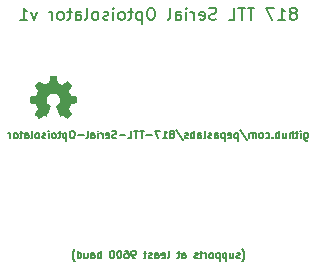
<source format=gbo>
G04 (created by PCBNEW (2013-07-07 BZR 4022)-stable) date 5/4/2015 11:47:39 PM*
%MOIN*%
G04 Gerber Fmt 3.4, Leading zero omitted, Abs format*
%FSLAX34Y34*%
G01*
G70*
G90*
G04 APERTURE LIST*
%ADD10C,0.00590551*%
%ADD11C,0.005*%
%ADD12C,0.008*%
%ADD13C,0.0001*%
G04 APERTURE END LIST*
G54D10*
G54D11*
X89291Y-29196D02*
X89303Y-29184D01*
X89327Y-29148D01*
X89339Y-29125D01*
X89351Y-29089D01*
X89363Y-29029D01*
X89363Y-28982D01*
X89351Y-28922D01*
X89339Y-28886D01*
X89327Y-28863D01*
X89303Y-28827D01*
X89291Y-28815D01*
X89208Y-29089D02*
X89184Y-29101D01*
X89136Y-29101D01*
X89113Y-29089D01*
X89101Y-29065D01*
X89101Y-29053D01*
X89113Y-29029D01*
X89136Y-29017D01*
X89172Y-29017D01*
X89196Y-29005D01*
X89208Y-28982D01*
X89208Y-28970D01*
X89196Y-28946D01*
X89172Y-28934D01*
X89136Y-28934D01*
X89113Y-28946D01*
X88886Y-28934D02*
X88886Y-29101D01*
X88994Y-28934D02*
X88994Y-29065D01*
X88982Y-29089D01*
X88958Y-29101D01*
X88922Y-29101D01*
X88898Y-29089D01*
X88886Y-29077D01*
X88767Y-28934D02*
X88767Y-29184D01*
X88767Y-28946D02*
X88744Y-28934D01*
X88696Y-28934D01*
X88672Y-28946D01*
X88660Y-28958D01*
X88648Y-28982D01*
X88648Y-29053D01*
X88660Y-29077D01*
X88672Y-29089D01*
X88696Y-29101D01*
X88744Y-29101D01*
X88767Y-29089D01*
X88541Y-28934D02*
X88541Y-29184D01*
X88541Y-28946D02*
X88517Y-28934D01*
X88470Y-28934D01*
X88446Y-28946D01*
X88434Y-28958D01*
X88422Y-28982D01*
X88422Y-29053D01*
X88434Y-29077D01*
X88446Y-29089D01*
X88470Y-29101D01*
X88517Y-29101D01*
X88541Y-29089D01*
X88279Y-29101D02*
X88303Y-29089D01*
X88315Y-29077D01*
X88327Y-29053D01*
X88327Y-28982D01*
X88315Y-28958D01*
X88303Y-28946D01*
X88279Y-28934D01*
X88244Y-28934D01*
X88220Y-28946D01*
X88208Y-28958D01*
X88196Y-28982D01*
X88196Y-29053D01*
X88208Y-29077D01*
X88220Y-29089D01*
X88244Y-29101D01*
X88279Y-29101D01*
X88089Y-29101D02*
X88089Y-28934D01*
X88089Y-28982D02*
X88077Y-28958D01*
X88065Y-28946D01*
X88041Y-28934D01*
X88017Y-28934D01*
X87970Y-28934D02*
X87875Y-28934D01*
X87934Y-28851D02*
X87934Y-29065D01*
X87922Y-29089D01*
X87898Y-29101D01*
X87875Y-29101D01*
X87803Y-29089D02*
X87779Y-29101D01*
X87732Y-29101D01*
X87708Y-29089D01*
X87696Y-29065D01*
X87696Y-29053D01*
X87708Y-29029D01*
X87732Y-29017D01*
X87767Y-29017D01*
X87791Y-29005D01*
X87803Y-28982D01*
X87803Y-28970D01*
X87791Y-28946D01*
X87767Y-28934D01*
X87732Y-28934D01*
X87708Y-28946D01*
X87291Y-29101D02*
X87291Y-28970D01*
X87303Y-28946D01*
X87327Y-28934D01*
X87375Y-28934D01*
X87398Y-28946D01*
X87291Y-29089D02*
X87315Y-29101D01*
X87375Y-29101D01*
X87398Y-29089D01*
X87410Y-29065D01*
X87410Y-29041D01*
X87398Y-29017D01*
X87375Y-29005D01*
X87315Y-29005D01*
X87291Y-28994D01*
X87208Y-28934D02*
X87113Y-28934D01*
X87172Y-28851D02*
X87172Y-29065D01*
X87160Y-29089D01*
X87136Y-29101D01*
X87113Y-29101D01*
X86803Y-29101D02*
X86827Y-29089D01*
X86839Y-29065D01*
X86839Y-28851D01*
X86613Y-29089D02*
X86636Y-29101D01*
X86684Y-29101D01*
X86708Y-29089D01*
X86720Y-29065D01*
X86720Y-28970D01*
X86708Y-28946D01*
X86684Y-28934D01*
X86636Y-28934D01*
X86613Y-28946D01*
X86601Y-28970D01*
X86601Y-28994D01*
X86720Y-29017D01*
X86386Y-29101D02*
X86386Y-28970D01*
X86398Y-28946D01*
X86422Y-28934D01*
X86470Y-28934D01*
X86494Y-28946D01*
X86386Y-29089D02*
X86410Y-29101D01*
X86470Y-29101D01*
X86494Y-29089D01*
X86505Y-29065D01*
X86505Y-29041D01*
X86494Y-29017D01*
X86470Y-29005D01*
X86410Y-29005D01*
X86386Y-28994D01*
X86279Y-29089D02*
X86255Y-29101D01*
X86208Y-29101D01*
X86184Y-29089D01*
X86172Y-29065D01*
X86172Y-29053D01*
X86184Y-29029D01*
X86208Y-29017D01*
X86244Y-29017D01*
X86267Y-29005D01*
X86279Y-28982D01*
X86279Y-28970D01*
X86267Y-28946D01*
X86244Y-28934D01*
X86208Y-28934D01*
X86184Y-28946D01*
X86101Y-28934D02*
X86005Y-28934D01*
X86065Y-28851D02*
X86065Y-29065D01*
X86053Y-29089D01*
X86029Y-29101D01*
X86005Y-29101D01*
X85720Y-29101D02*
X85672Y-29101D01*
X85648Y-29089D01*
X85636Y-29077D01*
X85613Y-29041D01*
X85601Y-28994D01*
X85601Y-28898D01*
X85613Y-28875D01*
X85624Y-28863D01*
X85648Y-28851D01*
X85696Y-28851D01*
X85720Y-28863D01*
X85732Y-28875D01*
X85744Y-28898D01*
X85744Y-28958D01*
X85732Y-28982D01*
X85720Y-28994D01*
X85696Y-29005D01*
X85648Y-29005D01*
X85624Y-28994D01*
X85613Y-28982D01*
X85601Y-28958D01*
X85386Y-28851D02*
X85434Y-28851D01*
X85458Y-28863D01*
X85470Y-28875D01*
X85494Y-28910D01*
X85505Y-28958D01*
X85505Y-29053D01*
X85494Y-29077D01*
X85482Y-29089D01*
X85458Y-29101D01*
X85410Y-29101D01*
X85386Y-29089D01*
X85374Y-29077D01*
X85363Y-29053D01*
X85363Y-28994D01*
X85374Y-28970D01*
X85386Y-28958D01*
X85410Y-28946D01*
X85458Y-28946D01*
X85482Y-28958D01*
X85494Y-28970D01*
X85505Y-28994D01*
X85208Y-28851D02*
X85184Y-28851D01*
X85160Y-28863D01*
X85148Y-28875D01*
X85136Y-28898D01*
X85124Y-28946D01*
X85124Y-29005D01*
X85136Y-29053D01*
X85148Y-29077D01*
X85160Y-29089D01*
X85184Y-29101D01*
X85208Y-29101D01*
X85232Y-29089D01*
X85244Y-29077D01*
X85255Y-29053D01*
X85267Y-29005D01*
X85267Y-28946D01*
X85255Y-28898D01*
X85244Y-28875D01*
X85232Y-28863D01*
X85208Y-28851D01*
X84970Y-28851D02*
X84946Y-28851D01*
X84922Y-28863D01*
X84910Y-28875D01*
X84898Y-28898D01*
X84886Y-28946D01*
X84886Y-29005D01*
X84898Y-29053D01*
X84910Y-29077D01*
X84922Y-29089D01*
X84946Y-29101D01*
X84970Y-29101D01*
X84994Y-29089D01*
X85005Y-29077D01*
X85017Y-29053D01*
X85029Y-29005D01*
X85029Y-28946D01*
X85017Y-28898D01*
X85005Y-28875D01*
X84994Y-28863D01*
X84970Y-28851D01*
X84589Y-29101D02*
X84589Y-28851D01*
X84589Y-28946D02*
X84565Y-28934D01*
X84517Y-28934D01*
X84494Y-28946D01*
X84482Y-28958D01*
X84470Y-28982D01*
X84470Y-29053D01*
X84482Y-29077D01*
X84494Y-29089D01*
X84517Y-29101D01*
X84565Y-29101D01*
X84589Y-29089D01*
X84255Y-29101D02*
X84255Y-28970D01*
X84267Y-28946D01*
X84291Y-28934D01*
X84339Y-28934D01*
X84363Y-28946D01*
X84255Y-29089D02*
X84279Y-29101D01*
X84339Y-29101D01*
X84363Y-29089D01*
X84374Y-29065D01*
X84374Y-29041D01*
X84363Y-29017D01*
X84339Y-29005D01*
X84279Y-29005D01*
X84255Y-28994D01*
X84029Y-28934D02*
X84029Y-29101D01*
X84136Y-28934D02*
X84136Y-29065D01*
X84124Y-29089D01*
X84101Y-29101D01*
X84065Y-29101D01*
X84041Y-29089D01*
X84029Y-29077D01*
X83803Y-29101D02*
X83803Y-28851D01*
X83803Y-29089D02*
X83827Y-29101D01*
X83874Y-29101D01*
X83898Y-29089D01*
X83910Y-29077D01*
X83922Y-29053D01*
X83922Y-28982D01*
X83910Y-28958D01*
X83898Y-28946D01*
X83874Y-28934D01*
X83827Y-28934D01*
X83803Y-28946D01*
X83708Y-29196D02*
X83696Y-29184D01*
X83672Y-29148D01*
X83660Y-29125D01*
X83648Y-29089D01*
X83636Y-29029D01*
X83636Y-28982D01*
X83648Y-28922D01*
X83660Y-28886D01*
X83672Y-28863D01*
X83696Y-28827D01*
X83708Y-28815D01*
G54D12*
X91033Y-20933D02*
X91071Y-20914D01*
X91090Y-20895D01*
X91109Y-20857D01*
X91109Y-20838D01*
X91090Y-20800D01*
X91071Y-20780D01*
X91033Y-20761D01*
X90957Y-20761D01*
X90919Y-20780D01*
X90899Y-20800D01*
X90880Y-20838D01*
X90880Y-20857D01*
X90899Y-20895D01*
X90919Y-20914D01*
X90957Y-20933D01*
X91033Y-20933D01*
X91071Y-20952D01*
X91090Y-20971D01*
X91109Y-21009D01*
X91109Y-21085D01*
X91090Y-21123D01*
X91071Y-21142D01*
X91033Y-21161D01*
X90957Y-21161D01*
X90919Y-21142D01*
X90899Y-21123D01*
X90880Y-21085D01*
X90880Y-21009D01*
X90899Y-20971D01*
X90919Y-20952D01*
X90957Y-20933D01*
X90499Y-21161D02*
X90728Y-21161D01*
X90614Y-21161D02*
X90614Y-20761D01*
X90652Y-20819D01*
X90690Y-20857D01*
X90728Y-20876D01*
X90366Y-20761D02*
X90099Y-20761D01*
X90271Y-21161D01*
X89699Y-20761D02*
X89471Y-20761D01*
X89585Y-21161D02*
X89585Y-20761D01*
X89395Y-20761D02*
X89166Y-20761D01*
X89280Y-21161D02*
X89280Y-20761D01*
X88842Y-21161D02*
X89033Y-21161D01*
X89033Y-20761D01*
X88423Y-21142D02*
X88366Y-21161D01*
X88271Y-21161D01*
X88233Y-21142D01*
X88214Y-21123D01*
X88195Y-21085D01*
X88195Y-21047D01*
X88214Y-21009D01*
X88233Y-20990D01*
X88271Y-20971D01*
X88347Y-20952D01*
X88385Y-20933D01*
X88404Y-20914D01*
X88423Y-20876D01*
X88423Y-20838D01*
X88404Y-20800D01*
X88385Y-20780D01*
X88347Y-20761D01*
X88252Y-20761D01*
X88195Y-20780D01*
X87871Y-21142D02*
X87909Y-21161D01*
X87985Y-21161D01*
X88023Y-21142D01*
X88042Y-21104D01*
X88042Y-20952D01*
X88023Y-20914D01*
X87985Y-20895D01*
X87909Y-20895D01*
X87871Y-20914D01*
X87852Y-20952D01*
X87852Y-20990D01*
X88042Y-21028D01*
X87680Y-21161D02*
X87680Y-20895D01*
X87680Y-20971D02*
X87661Y-20933D01*
X87642Y-20914D01*
X87604Y-20895D01*
X87566Y-20895D01*
X87433Y-21161D02*
X87433Y-20895D01*
X87433Y-20761D02*
X87452Y-20780D01*
X87433Y-20800D01*
X87414Y-20780D01*
X87433Y-20761D01*
X87433Y-20800D01*
X87071Y-21161D02*
X87071Y-20952D01*
X87090Y-20914D01*
X87128Y-20895D01*
X87204Y-20895D01*
X87242Y-20914D01*
X87071Y-21142D02*
X87109Y-21161D01*
X87204Y-21161D01*
X87242Y-21142D01*
X87261Y-21104D01*
X87261Y-21066D01*
X87242Y-21028D01*
X87204Y-21009D01*
X87109Y-21009D01*
X87071Y-20990D01*
X86823Y-21161D02*
X86861Y-21142D01*
X86880Y-21104D01*
X86880Y-20761D01*
X86290Y-20761D02*
X86214Y-20761D01*
X86176Y-20780D01*
X86138Y-20819D01*
X86119Y-20895D01*
X86119Y-21028D01*
X86138Y-21104D01*
X86176Y-21142D01*
X86214Y-21161D01*
X86290Y-21161D01*
X86328Y-21142D01*
X86366Y-21104D01*
X86385Y-21028D01*
X86385Y-20895D01*
X86366Y-20819D01*
X86328Y-20780D01*
X86290Y-20761D01*
X85947Y-20895D02*
X85947Y-21295D01*
X85947Y-20914D02*
X85909Y-20895D01*
X85833Y-20895D01*
X85795Y-20914D01*
X85776Y-20933D01*
X85757Y-20971D01*
X85757Y-21085D01*
X85776Y-21123D01*
X85795Y-21142D01*
X85833Y-21161D01*
X85909Y-21161D01*
X85947Y-21142D01*
X85642Y-20895D02*
X85490Y-20895D01*
X85585Y-20761D02*
X85585Y-21104D01*
X85566Y-21142D01*
X85528Y-21161D01*
X85490Y-21161D01*
X85300Y-21161D02*
X85338Y-21142D01*
X85357Y-21123D01*
X85376Y-21085D01*
X85376Y-20971D01*
X85357Y-20933D01*
X85338Y-20914D01*
X85300Y-20895D01*
X85242Y-20895D01*
X85204Y-20914D01*
X85185Y-20933D01*
X85166Y-20971D01*
X85166Y-21085D01*
X85185Y-21123D01*
X85204Y-21142D01*
X85242Y-21161D01*
X85300Y-21161D01*
X84995Y-21161D02*
X84995Y-20895D01*
X84995Y-20761D02*
X85014Y-20780D01*
X84995Y-20800D01*
X84976Y-20780D01*
X84995Y-20761D01*
X84995Y-20800D01*
X84823Y-21142D02*
X84785Y-21161D01*
X84709Y-21161D01*
X84671Y-21142D01*
X84652Y-21104D01*
X84652Y-21085D01*
X84671Y-21047D01*
X84709Y-21028D01*
X84766Y-21028D01*
X84804Y-21009D01*
X84823Y-20971D01*
X84823Y-20952D01*
X84804Y-20914D01*
X84766Y-20895D01*
X84709Y-20895D01*
X84671Y-20914D01*
X84423Y-21161D02*
X84461Y-21142D01*
X84480Y-21123D01*
X84500Y-21085D01*
X84500Y-20971D01*
X84480Y-20933D01*
X84461Y-20914D01*
X84423Y-20895D01*
X84366Y-20895D01*
X84328Y-20914D01*
X84309Y-20933D01*
X84290Y-20971D01*
X84290Y-21085D01*
X84309Y-21123D01*
X84328Y-21142D01*
X84366Y-21161D01*
X84423Y-21161D01*
X84061Y-21161D02*
X84100Y-21142D01*
X84119Y-21104D01*
X84119Y-20761D01*
X83738Y-21161D02*
X83738Y-20952D01*
X83757Y-20914D01*
X83795Y-20895D01*
X83871Y-20895D01*
X83909Y-20914D01*
X83738Y-21142D02*
X83776Y-21161D01*
X83871Y-21161D01*
X83909Y-21142D01*
X83928Y-21104D01*
X83928Y-21066D01*
X83909Y-21028D01*
X83871Y-21009D01*
X83776Y-21009D01*
X83738Y-20990D01*
X83604Y-20895D02*
X83452Y-20895D01*
X83547Y-20761D02*
X83547Y-21104D01*
X83528Y-21142D01*
X83490Y-21161D01*
X83452Y-21161D01*
X83261Y-21161D02*
X83300Y-21142D01*
X83319Y-21123D01*
X83338Y-21085D01*
X83338Y-20971D01*
X83319Y-20933D01*
X83300Y-20914D01*
X83261Y-20895D01*
X83204Y-20895D01*
X83166Y-20914D01*
X83147Y-20933D01*
X83128Y-20971D01*
X83128Y-21085D01*
X83147Y-21123D01*
X83166Y-21142D01*
X83204Y-21161D01*
X83261Y-21161D01*
X82957Y-21161D02*
X82957Y-20895D01*
X82957Y-20971D02*
X82938Y-20933D01*
X82919Y-20914D01*
X82880Y-20895D01*
X82842Y-20895D01*
X82442Y-20895D02*
X82347Y-21161D01*
X82252Y-20895D01*
X81890Y-21161D02*
X82119Y-21161D01*
X82004Y-21161D02*
X82004Y-20761D01*
X82042Y-20819D01*
X82080Y-20857D01*
X82119Y-20876D01*
G54D11*
X91363Y-24934D02*
X91363Y-25136D01*
X91375Y-25160D01*
X91386Y-25172D01*
X91410Y-25184D01*
X91446Y-25184D01*
X91470Y-25172D01*
X91363Y-25089D02*
X91386Y-25101D01*
X91434Y-25101D01*
X91458Y-25089D01*
X91470Y-25077D01*
X91482Y-25053D01*
X91482Y-24982D01*
X91470Y-24958D01*
X91458Y-24946D01*
X91434Y-24934D01*
X91386Y-24934D01*
X91363Y-24946D01*
X91244Y-25101D02*
X91244Y-24934D01*
X91244Y-24851D02*
X91255Y-24863D01*
X91244Y-24875D01*
X91232Y-24863D01*
X91244Y-24851D01*
X91244Y-24875D01*
X91160Y-24934D02*
X91065Y-24934D01*
X91125Y-24851D02*
X91125Y-25065D01*
X91113Y-25089D01*
X91089Y-25101D01*
X91065Y-25101D01*
X90982Y-25101D02*
X90982Y-24851D01*
X90875Y-25101D02*
X90875Y-24970D01*
X90886Y-24946D01*
X90910Y-24934D01*
X90946Y-24934D01*
X90970Y-24946D01*
X90982Y-24958D01*
X90648Y-24934D02*
X90648Y-25101D01*
X90755Y-24934D02*
X90755Y-25065D01*
X90744Y-25089D01*
X90720Y-25101D01*
X90684Y-25101D01*
X90660Y-25089D01*
X90648Y-25077D01*
X90529Y-25101D02*
X90529Y-24851D01*
X90529Y-24946D02*
X90505Y-24934D01*
X90458Y-24934D01*
X90434Y-24946D01*
X90422Y-24958D01*
X90410Y-24982D01*
X90410Y-25053D01*
X90422Y-25077D01*
X90434Y-25089D01*
X90458Y-25101D01*
X90505Y-25101D01*
X90529Y-25089D01*
X90303Y-25077D02*
X90291Y-25089D01*
X90303Y-25101D01*
X90315Y-25089D01*
X90303Y-25077D01*
X90303Y-25101D01*
X90077Y-25089D02*
X90101Y-25101D01*
X90148Y-25101D01*
X90172Y-25089D01*
X90184Y-25077D01*
X90196Y-25053D01*
X90196Y-24982D01*
X90184Y-24958D01*
X90172Y-24946D01*
X90148Y-24934D01*
X90101Y-24934D01*
X90077Y-24946D01*
X89934Y-25101D02*
X89958Y-25089D01*
X89970Y-25077D01*
X89982Y-25053D01*
X89982Y-24982D01*
X89970Y-24958D01*
X89958Y-24946D01*
X89934Y-24934D01*
X89898Y-24934D01*
X89875Y-24946D01*
X89863Y-24958D01*
X89851Y-24982D01*
X89851Y-25053D01*
X89863Y-25077D01*
X89875Y-25089D01*
X89898Y-25101D01*
X89934Y-25101D01*
X89744Y-25101D02*
X89744Y-24934D01*
X89744Y-24958D02*
X89732Y-24946D01*
X89708Y-24934D01*
X89672Y-24934D01*
X89648Y-24946D01*
X89636Y-24970D01*
X89636Y-25101D01*
X89636Y-24970D02*
X89625Y-24946D01*
X89601Y-24934D01*
X89565Y-24934D01*
X89541Y-24946D01*
X89529Y-24970D01*
X89529Y-25101D01*
X89232Y-24839D02*
X89446Y-25160D01*
X89148Y-24934D02*
X89148Y-25184D01*
X89148Y-24946D02*
X89125Y-24934D01*
X89077Y-24934D01*
X89053Y-24946D01*
X89041Y-24958D01*
X89029Y-24982D01*
X89029Y-25053D01*
X89041Y-25077D01*
X89053Y-25089D01*
X89077Y-25101D01*
X89125Y-25101D01*
X89148Y-25089D01*
X88827Y-25089D02*
X88851Y-25101D01*
X88898Y-25101D01*
X88922Y-25089D01*
X88934Y-25065D01*
X88934Y-24970D01*
X88922Y-24946D01*
X88898Y-24934D01*
X88851Y-24934D01*
X88827Y-24946D01*
X88815Y-24970D01*
X88815Y-24994D01*
X88934Y-25017D01*
X88708Y-24934D02*
X88708Y-25184D01*
X88708Y-24946D02*
X88684Y-24934D01*
X88636Y-24934D01*
X88613Y-24946D01*
X88601Y-24958D01*
X88589Y-24982D01*
X88589Y-25053D01*
X88601Y-25077D01*
X88613Y-25089D01*
X88636Y-25101D01*
X88684Y-25101D01*
X88708Y-25089D01*
X88375Y-25101D02*
X88375Y-24970D01*
X88386Y-24946D01*
X88410Y-24934D01*
X88458Y-24934D01*
X88482Y-24946D01*
X88375Y-25089D02*
X88398Y-25101D01*
X88458Y-25101D01*
X88482Y-25089D01*
X88494Y-25065D01*
X88494Y-25041D01*
X88482Y-25017D01*
X88458Y-25005D01*
X88398Y-25005D01*
X88375Y-24994D01*
X88267Y-25089D02*
X88244Y-25101D01*
X88196Y-25101D01*
X88172Y-25089D01*
X88160Y-25065D01*
X88160Y-25053D01*
X88172Y-25029D01*
X88196Y-25017D01*
X88232Y-25017D01*
X88255Y-25005D01*
X88267Y-24982D01*
X88267Y-24970D01*
X88255Y-24946D01*
X88232Y-24934D01*
X88196Y-24934D01*
X88172Y-24946D01*
X88017Y-25101D02*
X88041Y-25089D01*
X88053Y-25065D01*
X88053Y-24851D01*
X87815Y-25101D02*
X87815Y-24970D01*
X87827Y-24946D01*
X87851Y-24934D01*
X87898Y-24934D01*
X87922Y-24946D01*
X87815Y-25089D02*
X87839Y-25101D01*
X87898Y-25101D01*
X87922Y-25089D01*
X87934Y-25065D01*
X87934Y-25041D01*
X87922Y-25017D01*
X87898Y-25005D01*
X87839Y-25005D01*
X87815Y-24994D01*
X87696Y-25101D02*
X87696Y-24851D01*
X87696Y-24946D02*
X87672Y-24934D01*
X87624Y-24934D01*
X87601Y-24946D01*
X87589Y-24958D01*
X87577Y-24982D01*
X87577Y-25053D01*
X87589Y-25077D01*
X87601Y-25089D01*
X87624Y-25101D01*
X87672Y-25101D01*
X87696Y-25089D01*
X87482Y-25089D02*
X87458Y-25101D01*
X87410Y-25101D01*
X87386Y-25089D01*
X87374Y-25065D01*
X87374Y-25053D01*
X87386Y-25029D01*
X87410Y-25017D01*
X87446Y-25017D01*
X87470Y-25005D01*
X87482Y-24982D01*
X87482Y-24970D01*
X87470Y-24946D01*
X87446Y-24934D01*
X87410Y-24934D01*
X87386Y-24946D01*
X87089Y-24839D02*
X87303Y-25160D01*
X86970Y-24958D02*
X86994Y-24946D01*
X87005Y-24934D01*
X87017Y-24910D01*
X87017Y-24898D01*
X87005Y-24875D01*
X86994Y-24863D01*
X86970Y-24851D01*
X86922Y-24851D01*
X86898Y-24863D01*
X86886Y-24875D01*
X86874Y-24898D01*
X86874Y-24910D01*
X86886Y-24934D01*
X86898Y-24946D01*
X86922Y-24958D01*
X86970Y-24958D01*
X86994Y-24970D01*
X87005Y-24982D01*
X87017Y-25005D01*
X87017Y-25053D01*
X87005Y-25077D01*
X86994Y-25089D01*
X86970Y-25101D01*
X86922Y-25101D01*
X86898Y-25089D01*
X86886Y-25077D01*
X86874Y-25053D01*
X86874Y-25005D01*
X86886Y-24982D01*
X86898Y-24970D01*
X86922Y-24958D01*
X86636Y-25101D02*
X86779Y-25101D01*
X86708Y-25101D02*
X86708Y-24851D01*
X86732Y-24886D01*
X86755Y-24910D01*
X86779Y-24922D01*
X86553Y-24851D02*
X86386Y-24851D01*
X86494Y-25101D01*
X86291Y-25005D02*
X86101Y-25005D01*
X86017Y-24851D02*
X85874Y-24851D01*
X85946Y-25101D02*
X85946Y-24851D01*
X85827Y-24851D02*
X85684Y-24851D01*
X85755Y-25101D02*
X85755Y-24851D01*
X85482Y-25101D02*
X85601Y-25101D01*
X85601Y-24851D01*
X85398Y-25005D02*
X85208Y-25005D01*
X85101Y-25089D02*
X85065Y-25101D01*
X85005Y-25101D01*
X84982Y-25089D01*
X84970Y-25077D01*
X84958Y-25053D01*
X84958Y-25029D01*
X84970Y-25005D01*
X84982Y-24994D01*
X85005Y-24982D01*
X85053Y-24970D01*
X85077Y-24958D01*
X85089Y-24946D01*
X85101Y-24922D01*
X85101Y-24898D01*
X85089Y-24875D01*
X85077Y-24863D01*
X85053Y-24851D01*
X84994Y-24851D01*
X84958Y-24863D01*
X84755Y-25089D02*
X84779Y-25101D01*
X84827Y-25101D01*
X84851Y-25089D01*
X84863Y-25065D01*
X84863Y-24970D01*
X84851Y-24946D01*
X84827Y-24934D01*
X84779Y-24934D01*
X84755Y-24946D01*
X84744Y-24970D01*
X84744Y-24994D01*
X84863Y-25017D01*
X84636Y-25101D02*
X84636Y-24934D01*
X84636Y-24982D02*
X84624Y-24958D01*
X84613Y-24946D01*
X84589Y-24934D01*
X84565Y-24934D01*
X84482Y-25101D02*
X84482Y-24934D01*
X84482Y-24851D02*
X84494Y-24863D01*
X84482Y-24875D01*
X84470Y-24863D01*
X84482Y-24851D01*
X84482Y-24875D01*
X84255Y-25101D02*
X84255Y-24970D01*
X84267Y-24946D01*
X84291Y-24934D01*
X84339Y-24934D01*
X84363Y-24946D01*
X84255Y-25089D02*
X84279Y-25101D01*
X84339Y-25101D01*
X84363Y-25089D01*
X84374Y-25065D01*
X84374Y-25041D01*
X84363Y-25017D01*
X84339Y-25005D01*
X84279Y-25005D01*
X84255Y-24994D01*
X84101Y-25101D02*
X84124Y-25089D01*
X84136Y-25065D01*
X84136Y-24851D01*
X84005Y-25005D02*
X83815Y-25005D01*
X83648Y-24851D02*
X83601Y-24851D01*
X83577Y-24863D01*
X83553Y-24886D01*
X83541Y-24934D01*
X83541Y-25017D01*
X83553Y-25065D01*
X83577Y-25089D01*
X83601Y-25101D01*
X83648Y-25101D01*
X83672Y-25089D01*
X83696Y-25065D01*
X83708Y-25017D01*
X83708Y-24934D01*
X83696Y-24886D01*
X83672Y-24863D01*
X83648Y-24851D01*
X83434Y-24934D02*
X83434Y-25184D01*
X83434Y-24946D02*
X83410Y-24934D01*
X83363Y-24934D01*
X83339Y-24946D01*
X83327Y-24958D01*
X83315Y-24982D01*
X83315Y-25053D01*
X83327Y-25077D01*
X83339Y-25089D01*
X83363Y-25101D01*
X83410Y-25101D01*
X83434Y-25089D01*
X83244Y-24934D02*
X83148Y-24934D01*
X83208Y-24851D02*
X83208Y-25065D01*
X83196Y-25089D01*
X83172Y-25101D01*
X83148Y-25101D01*
X83029Y-25101D02*
X83053Y-25089D01*
X83065Y-25077D01*
X83077Y-25053D01*
X83077Y-24982D01*
X83065Y-24958D01*
X83053Y-24946D01*
X83029Y-24934D01*
X82994Y-24934D01*
X82970Y-24946D01*
X82958Y-24958D01*
X82946Y-24982D01*
X82946Y-25053D01*
X82958Y-25077D01*
X82970Y-25089D01*
X82994Y-25101D01*
X83029Y-25101D01*
X82839Y-25101D02*
X82839Y-24934D01*
X82839Y-24851D02*
X82851Y-24863D01*
X82839Y-24875D01*
X82827Y-24863D01*
X82839Y-24851D01*
X82839Y-24875D01*
X82732Y-25089D02*
X82708Y-25101D01*
X82660Y-25101D01*
X82636Y-25089D01*
X82624Y-25065D01*
X82624Y-25053D01*
X82636Y-25029D01*
X82660Y-25017D01*
X82696Y-25017D01*
X82720Y-25005D01*
X82732Y-24982D01*
X82732Y-24970D01*
X82720Y-24946D01*
X82696Y-24934D01*
X82660Y-24934D01*
X82636Y-24946D01*
X82482Y-25101D02*
X82505Y-25089D01*
X82517Y-25077D01*
X82529Y-25053D01*
X82529Y-24982D01*
X82517Y-24958D01*
X82505Y-24946D01*
X82482Y-24934D01*
X82446Y-24934D01*
X82422Y-24946D01*
X82410Y-24958D01*
X82398Y-24982D01*
X82398Y-25053D01*
X82410Y-25077D01*
X82422Y-25089D01*
X82446Y-25101D01*
X82482Y-25101D01*
X82255Y-25101D02*
X82279Y-25089D01*
X82291Y-25065D01*
X82291Y-24851D01*
X82053Y-25101D02*
X82053Y-24970D01*
X82065Y-24946D01*
X82089Y-24934D01*
X82136Y-24934D01*
X82160Y-24946D01*
X82053Y-25089D02*
X82077Y-25101D01*
X82136Y-25101D01*
X82160Y-25089D01*
X82172Y-25065D01*
X82172Y-25041D01*
X82160Y-25017D01*
X82136Y-25005D01*
X82077Y-25005D01*
X82053Y-24994D01*
X81970Y-24934D02*
X81874Y-24934D01*
X81934Y-24851D02*
X81934Y-25065D01*
X81922Y-25089D01*
X81898Y-25101D01*
X81874Y-25101D01*
X81755Y-25101D02*
X81779Y-25089D01*
X81791Y-25077D01*
X81803Y-25053D01*
X81803Y-24982D01*
X81791Y-24958D01*
X81779Y-24946D01*
X81755Y-24934D01*
X81720Y-24934D01*
X81696Y-24946D01*
X81684Y-24958D01*
X81672Y-24982D01*
X81672Y-25053D01*
X81684Y-25077D01*
X81696Y-25089D01*
X81720Y-25101D01*
X81755Y-25101D01*
X81565Y-25101D02*
X81565Y-24934D01*
X81565Y-24982D02*
X81553Y-24958D01*
X81541Y-24946D01*
X81517Y-24934D01*
X81494Y-24934D01*
G54D13*
G36*
X83477Y-24457D02*
X83469Y-24453D01*
X83450Y-24441D01*
X83424Y-24424D01*
X83393Y-24403D01*
X83362Y-24382D01*
X83336Y-24365D01*
X83318Y-24353D01*
X83311Y-24349D01*
X83307Y-24350D01*
X83292Y-24358D01*
X83270Y-24369D01*
X83258Y-24375D01*
X83238Y-24384D01*
X83228Y-24386D01*
X83227Y-24383D01*
X83219Y-24368D01*
X83208Y-24342D01*
X83193Y-24308D01*
X83176Y-24268D01*
X83158Y-24225D01*
X83140Y-24181D01*
X83122Y-24139D01*
X83107Y-24101D01*
X83094Y-24071D01*
X83086Y-24049D01*
X83083Y-24040D01*
X83084Y-24038D01*
X83094Y-24029D01*
X83111Y-24016D01*
X83149Y-23985D01*
X83185Y-23939D01*
X83208Y-23887D01*
X83215Y-23829D01*
X83209Y-23776D01*
X83188Y-23725D01*
X83152Y-23678D01*
X83108Y-23644D01*
X83057Y-23622D01*
X83000Y-23615D01*
X82945Y-23621D01*
X82893Y-23642D01*
X82846Y-23677D01*
X82827Y-23700D01*
X82800Y-23747D01*
X82784Y-23797D01*
X82783Y-23809D01*
X82785Y-23865D01*
X82801Y-23918D01*
X82830Y-23965D01*
X82871Y-24004D01*
X82876Y-24008D01*
X82895Y-24022D01*
X82907Y-24031D01*
X82917Y-24039D01*
X82847Y-24209D01*
X82836Y-24236D01*
X82816Y-24282D01*
X82799Y-24322D01*
X82786Y-24354D01*
X82776Y-24375D01*
X82772Y-24384D01*
X82772Y-24384D01*
X82766Y-24385D01*
X82753Y-24380D01*
X82729Y-24369D01*
X82713Y-24361D01*
X82695Y-24352D01*
X82687Y-24349D01*
X82680Y-24353D01*
X82663Y-24364D01*
X82638Y-24381D01*
X82608Y-24401D01*
X82579Y-24421D01*
X82552Y-24439D01*
X82533Y-24451D01*
X82523Y-24456D01*
X82522Y-24456D01*
X82514Y-24451D01*
X82498Y-24439D01*
X82475Y-24417D01*
X82443Y-24385D01*
X82438Y-24380D01*
X82411Y-24352D01*
X82389Y-24329D01*
X82374Y-24313D01*
X82369Y-24306D01*
X82369Y-24306D01*
X82374Y-24296D01*
X82386Y-24277D01*
X82404Y-24250D01*
X82425Y-24219D01*
X82481Y-24137D01*
X82450Y-24060D01*
X82441Y-24037D01*
X82429Y-24008D01*
X82420Y-23988D01*
X82415Y-23979D01*
X82407Y-23976D01*
X82386Y-23971D01*
X82355Y-23964D01*
X82319Y-23958D01*
X82284Y-23951D01*
X82253Y-23945D01*
X82230Y-23941D01*
X82220Y-23939D01*
X82218Y-23937D01*
X82216Y-23932D01*
X82214Y-23922D01*
X82214Y-23903D01*
X82213Y-23873D01*
X82213Y-23829D01*
X82213Y-23825D01*
X82214Y-23783D01*
X82214Y-23750D01*
X82215Y-23729D01*
X82217Y-23721D01*
X82217Y-23721D01*
X82227Y-23718D01*
X82249Y-23714D01*
X82280Y-23707D01*
X82318Y-23700D01*
X82320Y-23700D01*
X82357Y-23693D01*
X82388Y-23686D01*
X82410Y-23681D01*
X82419Y-23678D01*
X82421Y-23676D01*
X82429Y-23661D01*
X82440Y-23638D01*
X82452Y-23610D01*
X82464Y-23581D01*
X82475Y-23554D01*
X82482Y-23535D01*
X82484Y-23526D01*
X82484Y-23526D01*
X82478Y-23517D01*
X82465Y-23497D01*
X82447Y-23471D01*
X82425Y-23439D01*
X82424Y-23436D01*
X82402Y-23405D01*
X82385Y-23378D01*
X82373Y-23359D01*
X82369Y-23351D01*
X82369Y-23350D01*
X82376Y-23341D01*
X82392Y-23323D01*
X82415Y-23299D01*
X82443Y-23271D01*
X82452Y-23263D01*
X82482Y-23233D01*
X82503Y-23213D01*
X82517Y-23203D01*
X82523Y-23200D01*
X82523Y-23201D01*
X82533Y-23206D01*
X82553Y-23219D01*
X82580Y-23238D01*
X82612Y-23259D01*
X82614Y-23261D01*
X82645Y-23282D01*
X82671Y-23300D01*
X82690Y-23312D01*
X82698Y-23317D01*
X82700Y-23317D01*
X82712Y-23313D01*
X82735Y-23306D01*
X82762Y-23295D01*
X82791Y-23283D01*
X82818Y-23272D01*
X82838Y-23263D01*
X82847Y-23258D01*
X82847Y-23257D01*
X82851Y-23246D01*
X82856Y-23222D01*
X82863Y-23190D01*
X82870Y-23151D01*
X82871Y-23145D01*
X82878Y-23108D01*
X82884Y-23077D01*
X82889Y-23055D01*
X82891Y-23046D01*
X82896Y-23045D01*
X82915Y-23044D01*
X82943Y-23043D01*
X82977Y-23043D01*
X83012Y-23043D01*
X83046Y-23044D01*
X83076Y-23045D01*
X83097Y-23046D01*
X83106Y-23048D01*
X83107Y-23049D01*
X83110Y-23060D01*
X83115Y-23084D01*
X83122Y-23116D01*
X83129Y-23155D01*
X83130Y-23162D01*
X83137Y-23199D01*
X83144Y-23230D01*
X83148Y-23251D01*
X83151Y-23259D01*
X83154Y-23261D01*
X83169Y-23268D01*
X83194Y-23278D01*
X83226Y-23291D01*
X83298Y-23320D01*
X83386Y-23259D01*
X83394Y-23254D01*
X83426Y-23232D01*
X83452Y-23215D01*
X83470Y-23203D01*
X83478Y-23199D01*
X83478Y-23199D01*
X83487Y-23207D01*
X83505Y-23223D01*
X83529Y-23247D01*
X83556Y-23274D01*
X83577Y-23295D01*
X83601Y-23320D01*
X83617Y-23336D01*
X83625Y-23347D01*
X83628Y-23354D01*
X83627Y-23358D01*
X83622Y-23367D01*
X83609Y-23386D01*
X83591Y-23413D01*
X83569Y-23444D01*
X83551Y-23471D01*
X83532Y-23500D01*
X83520Y-23521D01*
X83515Y-23532D01*
X83516Y-23536D01*
X83523Y-23553D01*
X83533Y-23580D01*
X83546Y-23611D01*
X83577Y-23681D01*
X83623Y-23689D01*
X83651Y-23695D01*
X83690Y-23702D01*
X83727Y-23709D01*
X83785Y-23721D01*
X83787Y-23933D01*
X83778Y-23937D01*
X83769Y-23940D01*
X83748Y-23944D01*
X83717Y-23950D01*
X83681Y-23957D01*
X83650Y-23963D01*
X83619Y-23969D01*
X83597Y-23973D01*
X83587Y-23975D01*
X83584Y-23979D01*
X83576Y-23994D01*
X83565Y-24018D01*
X83553Y-24047D01*
X83541Y-24076D01*
X83530Y-24104D01*
X83522Y-24125D01*
X83519Y-24136D01*
X83523Y-24144D01*
X83535Y-24162D01*
X83552Y-24188D01*
X83573Y-24219D01*
X83595Y-24250D01*
X83612Y-24277D01*
X83625Y-24296D01*
X83630Y-24304D01*
X83627Y-24310D01*
X83615Y-24325D01*
X83592Y-24349D01*
X83557Y-24384D01*
X83551Y-24389D01*
X83524Y-24416D01*
X83500Y-24437D01*
X83484Y-24452D01*
X83477Y-24457D01*
X83477Y-24457D01*
G37*
M02*

</source>
